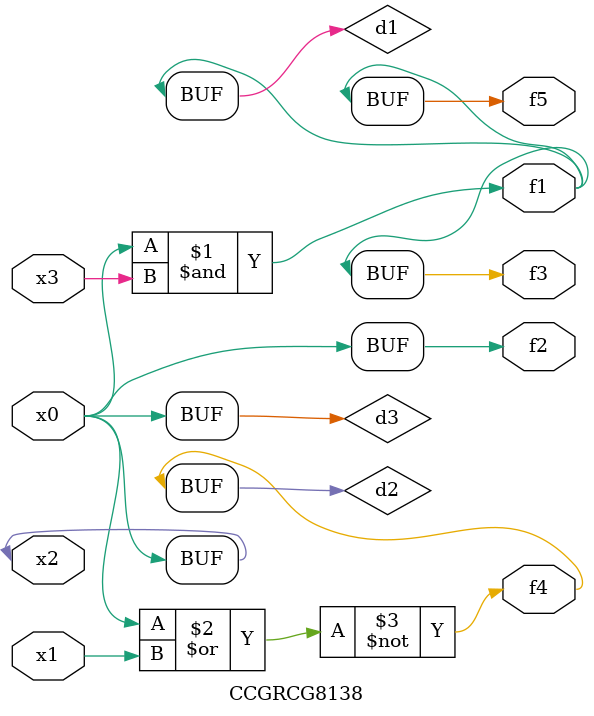
<source format=v>
module CCGRCG8138(
	input x0, x1, x2, x3,
	output f1, f2, f3, f4, f5
);

	wire d1, d2, d3;

	and (d1, x2, x3);
	nor (d2, x0, x1);
	buf (d3, x0, x2);
	assign f1 = d1;
	assign f2 = d3;
	assign f3 = d1;
	assign f4 = d2;
	assign f5 = d1;
endmodule

</source>
